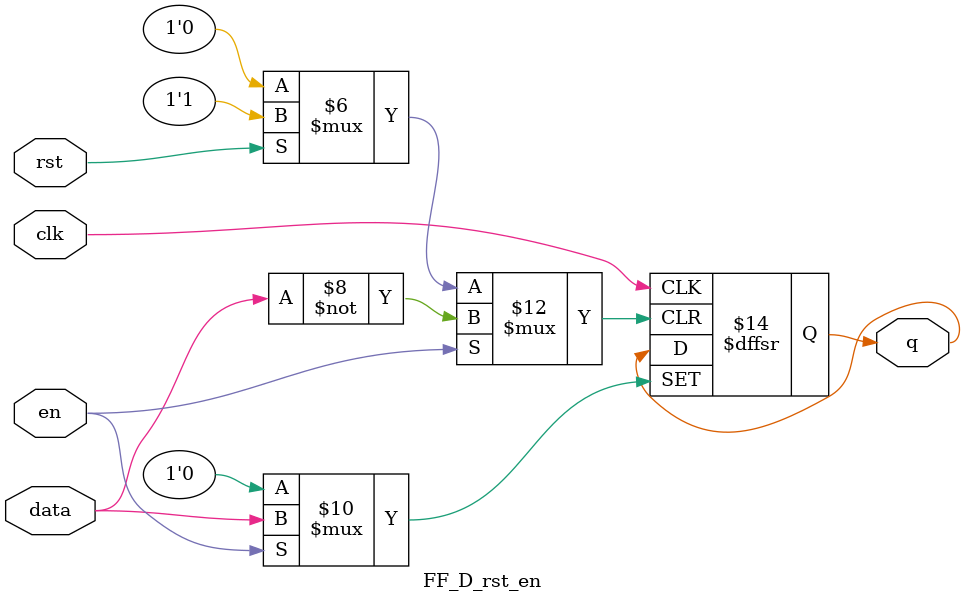
<source format=v>
module FF_D_rst_en (
    input wire en, rst, clk,
    input wire data,
    output reg q
);

//Internal variable declarations

//Body 


//FPGA Prototyping By Verilog implementation, page 87
//Body
always @(posedge clk, posedge rst, posedge en) begin
    if(rst)
        q <= 0;
    else if(en)
        q <= data;
end
    
endmodule
</source>
